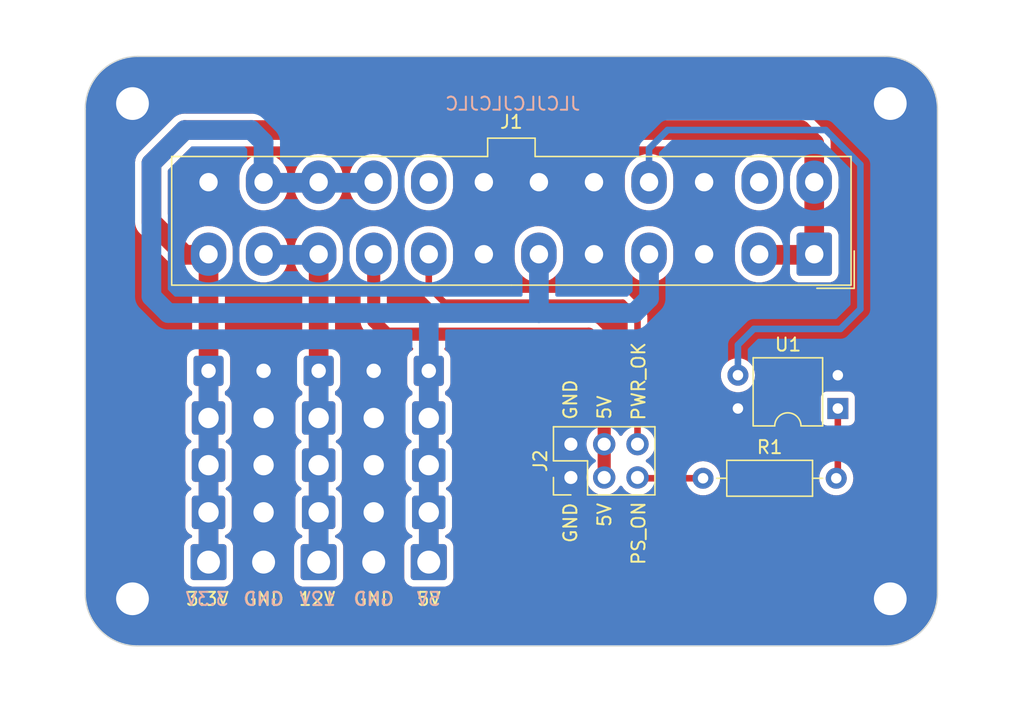
<source format=kicad_pcb>
(kicad_pcb (version 20221018) (generator pcbnew)
  (layers (0 "F.Cu" signal) (31 "B.Cu" signal) (34 "B.Paste" user) (35 "F.Paste" user) (36 "B.SilkS" user "B.Silkscreen") (37 "F.SilkS" user "F.Silkscreen") (38 "B.Mask" user) (39 "F.Mask" user) (44 "Edge.Cuts" user))
  (net 0 "")
  (net 1 "GND")
  (net 2 "/3.3V")
  (net 5 "Net-(R1-Pad2)")
  (net 6 "/12V")
  (net 7 "/5V")
  (net 8 "/5VSB")
  (net 9 "/PWR_OK")
  (net 10 "/PS_ON")
  (net 11 "Net-(J2-Pin_5)")
  (footprint "Connector_Wire:SolderWire-0.5sqmm_1x01_D0.9mm_OD2.3mm" (layer "F.Cu") (at 34.4 49)
    (fp_text reference "J3" hide)
    (fp_text value "Conn_01x01")
    (pad "1" thru_hole roundrect (at 0 0) (size 2.3 2.3) (drill 1.1) (layers "*.Cu" "*.Mask") (roundrect_rratio 0.108696087) (net 2 "/3.3V"))
  )
  (footprint "Connector_Wire:SolderWire-0.5sqmm_1x01_D0.9mm_OD2.3mm" (layer "F.Cu") (at 51.2 49)
    (fp_text reference "J23" hide)
    (fp_text value "Conn_01x01")
    (pad "1" thru_hole roundrect (at 0 0) (size 2.3 2.3) (drill 1.1) (layers "*.Cu" "*.Mask") (roundrect_rratio 0.108696087) (net 7 "/5V"))
  )
  (footprint "Connector_Wire:SolderWire-1sqmm_1x01_D1.4mm_OD2.7mm" (layer "F.Cu") (at 47 63.6)
    (fp_text reference "J22" hide)
    (fp_text value "Conn_01x01")
    (pad "1" thru_hole roundrect (at 0 0) (size 2.75 2.75) (drill 1.75) (layers "*.Cu" "*.Mask") (roundrect_rratio 0.09090909091) (net 1 "GND"))
  )
  (footprint "Connector_Molex:Molex_Mini-Fit_Jr_5566-24A_2x12_P4.20mm_Vertical" (layer "F.Cu") (at 80.6 40.1 180)
    (fp_text reference "J1" (at 23.1 10.1) (layer "F.SilkS"))
    (fp_text value "ATX-24")
    (fp_line (start -3.05 -2.6) (end -3.05 0.25) (stroke (width 0.12)) (layer "F.SilkS"))
    (fp_line (start -2.81 -2.36) (end -2.81 7.46) (stroke (width 0.12)) (layer "F.SilkS"))
    (fp_line (start -2.81 7.46) (end 21.29 7.46) (stroke (width 0.12)) (layer "F.SilkS"))
    (fp_line (start -0.2 -2.6) (end -3.05 -2.6) (stroke (width 0.12)) (layer "F.SilkS"))
    (fp_line (start 21.29 7.46) (end 21.29 8.86) (stroke (width 0.12)) (layer "F.SilkS"))
    (fp_line (start 21.29 8.86) (end 23.1 8.86) (stroke (width 0.12)) (layer "F.SilkS"))
    (fp_line (start 23.1 -2.36) (end -2.81 -2.36) (stroke (width 0.12)) (layer "F.SilkS"))
    (fp_line (start 23.1 -2.36) (end 49.01 -2.36) (stroke (width 0.12)) (layer "F.SilkS"))
    (fp_line (start 24.91 7.46) (end 24.91 8.86) (stroke (width 0.12)) (layer "F.SilkS"))
    (fp_line (start 24.91 8.86) (end 23.1 8.86) (stroke (width 0.12)) (layer "F.SilkS"))
    (fp_line (start 49.01 -2.36) (end 49.01 7.46) (stroke (width 0.12)) (layer "F.SilkS"))
    (fp_line (start 49.01 7.46) (end 24.91 7.46) (stroke (width 0.12)) (layer "F.SilkS"))
    (pad "1" thru_hole roundrect (at 0 0 180) (size 2.7 3.3) (drill 1.4) (layers "*.Cu" "*.Mask") (roundrect_rratio 0.09259296296) (net 2 "/3.3V"))
    (pad "2" thru_hole oval (at 4.2 0 180) (size 2.7 3.3) (drill 1.4) (layers "*.Cu" "*.Mask") (net 2 "/3.3V"))
    (pad "3" thru_hole oval (at 8.4 0 180) (size 2.7 3.3) (drill 1.4) (layers "*.Cu" "*.Mask") (net 1 "GND"))
    (pad "4" thru_hole oval (at 12.6 0 180) (size 2.7 3.3) (drill 1.4) (layers "*.Cu" "*.Mask") (net 7 "/5V"))
    (pad "5" thru_hole oval (at 16.8 0 180) (size 2.7 3.3) (drill 1.4) (layers "*.Cu" "*.Mask") (net 1 "GND"))
    (pad "6" thru_hole oval (at 21 0 180) (size 2.7 3.3) (drill 1.4) (layers "*.Cu" "*.Mask") (net 7 "/5V"))
    (pad "7" thru_hole oval (at 25.2 0 180) (size 2.7 3.3) (drill 1.4) (layers "*.Cu" "*.Mask") (net 1 "GND"))
    (pad "8" thru_hole oval (at 29.4 0 180) (size 2.7 3.3) (drill 1.4) (layers "*.Cu" "*.Mask") (net 9 "/PWR_OK"))
    (pad "9" thru_hole oval (at 33.6 0 180) (size 2.7 3.3) (drill 1.4) (layers "*.Cu" "*.Mask") (net 8 "/5VSB"))
    (pad "10" thru_hole oval (at 37.8 0 180) (size 2.7 3.3) (drill 1.4) (layers "*.Cu" "*.Mask") (net 6 "/12V"))
    (pad "11" thru_hole oval (at 42 0 180) (size 2.7 3.3) (drill 1.4) (layers "*.Cu" "*.Mask") (net 6 "/12V"))
    (pad "12" thru_hole oval (at 46.2 0 180) (size 2.7 3.3) (drill 1.4) (layers "*.Cu" "*.Mask") (net 2 "/3.3V"))
    (pad "13" thru_hole oval (at 0 5.5 180) (size 2.7 3.3) (drill 1.4) (layers "*.Cu" "*.Mask") (net 2 "/3.3V"))
    (pad "14" thru_hole oval (at 4.2 5.5 180) (size 2.7 3.3) (drill 1.4) (layers "*.Cu" "*.Mask"))
    (pad "15" thru_hole oval (at 8.4 5.5 180) (size 2.7 3.3) (drill 1.4) (layers "*.Cu" "*.Mask") (net 1 "GND"))
    (pad "16" thru_hole oval (at 12.6 5.5 180) (size 2.7 3.3) (drill 1.4) (layers "*.Cu" "*.Mask") (net 10 "/PS_ON"))
    (pad "17" thru_hole oval (at 16.8 5.5 180) (size 2.7 3.3) (drill 1.4) (layers "*.Cu" "*.Mask") (net 1 "GND"))
    (pad "18" thru_hole oval (at 21 5.5 180) (size 2.7 3.3) (drill 1.4) (layers "*.Cu" "*.Mask") (net 1 "GND"))
    (pad "19" thru_hole oval (at 25.2 5.5 180) (size 2.7 3.3) (drill 1.4) (layers "*.Cu" "*.Mask") (net 1 "GND"))
    (pad "20" thru_hole oval (at 29.4 5.5 180) (size 2.7 3.3) (drill 1.4) (layers "*.Cu" "*.Mask"))
    (pad "21" thru_hole oval (at 33.6 5.5 180) (size 2.7 3.3) (drill 1.4) (layers "*.Cu" "*.Mask") (net 7 "/5V"))
    (pad "22" thru_hole oval (at 37.8 5.5 180) (size 2.7 3.3) (drill 1.4) (layers "*.Cu" "*.Mask") (net 7 "/5V"))
    (pad "23" thru_hole oval (at 42 5.5 180) (size 2.7 3.3) (drill 1.4) (layers "*.Cu" "*.Mask") (net 7 "/5V"))
    (pad "24" thru_hole oval (at 46.2 5.5 180) (size 2.7 3.3) (drill 1.4) (layers "*.Cu" "*.Mask") (net 1 "GND"))
  )
  (footprint "Connector_Wire:SolderWire-0.75sqmm_1x01_D1.25mm_OD2.3mm" (layer "F.Cu") (at 42.8 59.8)
    (fp_text reference "J16" hide)
    (fp_text value "Conn_01x01")
    (pad "1" thru_hole roundrect (at 0 0) (size 2.55 2.55) (drill 1.55) (layers "*.Cu" "*.Mask") (roundrect_rratio 0.09803882353) (net 6 "/12V"))
  )
  (footprint "Connector_Wire:SolderWire-1sqmm_1x01_D1.4mm_OD2.7mm" (layer "F.Cu") (at 38.6 63.6)
    (fp_text reference "J12" hide)
    (fp_text value "Conn_01x01")
    (pad "1" thru_hole roundrect (at 0 0) (size 2.75 2.75) (drill 1.75) (layers "*.Cu" "*.Mask") (roundrect_rratio 0.09090909091) (net 1 "GND"))
  )
  (footprint "Connector_Wire:SolderWire-0.75sqmm_1x01_D1.25mm_OD2.3mm" (layer "F.Cu") (at 51.2 56.2)
    (fp_text reference "J25" hide)
    (fp_text value "Conn_01x01")
    (pad "1" thru_hole roundrect (at 0 0) (size 2.55 2.55) (drill 1.55) (layers "*.Cu" "*.Mask") (roundrect_rratio 0.09803882353) (net 7 "/5V"))
  )
  (footprint "Connector_Wire:SolderWire-0.75sqmm_1x01_D1.25mm_OD2.3mm" (layer "F.Cu") (at 47 56.2)
    (fp_text reference "J20" hide)
    (fp_text value "Conn_01x01")
    (pad "1" thru_hole roundrect (at 0 0) (size 2.55 2.55) (drill 1.55) (layers "*.Cu" "*.Mask") (roundrect_rratio 0.09803882353) (net 1 "GND"))
  )
  (footprint "Connector_Wire:SolderWire-0.75sqmm_1x01_D1.25mm_OD2.3mm" (layer "F.Cu") (at 38.6 56.2)
    (fp_text reference "J10" hide)
    (fp_text value "Conn_01x01")
    (pad "1" thru_hole roundrect (at 0 0) (size 2.55 2.55) (drill 1.55) (layers "*.Cu" "*.Mask") (roundrect_rratio 0.09803882353) (net 1 "GND"))
  )
  (footprint "Connector_Wire:SolderWire-0.75sqmm_1x01_D1.25mm_OD2.3mm" (layer "F.Cu") (at 42.8 52.6)
    (fp_text reference "J14" hide)
    (fp_text value "Conn_01x01")
    (pad "1" thru_hole roundrect (at 0 0) (size 2.55 2.55) (drill 1.55) (layers "*.Cu" "*.Mask") (roundrect_rratio 0.09803882353) (net 6 "/12V"))
  )
  (footprint "Connector_Wire:SolderWire-0.75sqmm_1x01_D1.25mm_OD2.3mm" (layer "F.Cu") (at 47 52.6)
    (fp_text reference "J19" hide)
    (fp_text value "Conn_01x01")
    (pad "1" thru_hole roundrect (at 0 0) (size 2.55 2.55) (drill 1.55) (layers "*.Cu" "*.Mask") (roundrect_rratio 0.09803882353) (net 1 "GND"))
  )
  (footprint "Package_DIP:DIP-4_W7.62mm" (layer "F.Cu") (at 82.4 51.875 180)
    (fp_text reference "U1" (at 3.8 4.875) (layer "F.SilkS"))
    (fp_text value "PC817")
    (fp_line (start 1.16 -1.33) (end 1.16 3.87) (stroke (width 0.12)) (layer "F.SilkS"))
    (fp_line (start 1.16 3.87) (end 6.46 3.87) (stroke (width 0.12)) (layer "F.SilkS"))
    (fp_line (start 2.81 -1.33) (end 1.16 -1.33) (stroke (width 0.12)) (layer "F.SilkS"))
    (fp_line (start 6.46 -1.33) (end 4.81 -1.33) (stroke (width 0.12)) (layer "F.SilkS"))
    (fp_line (start 6.46 3.87) (end 6.46 -1.33) (stroke (width 0.12)) (layer "F.SilkS"))
    (fp_arc (start 4.81 -1.33) (mid 3.81 -0.33) (end 2.81 -1.33) (stroke (width 0.12)) (layer "F.SilkS"))
    (pad "1" thru_hole rect (at 0 0 180) (size 1.6 1.6) (drill 0.8) (layers "*.Cu" "*.Mask") (net 5 "Net-(R1-Pad2)"))
    (pad "2" thru_hole oval (at 0 2.54 180) (size 1.6 1.6) (drill 0.8) (layers "*.Cu" "*.Mask") (net 1 "GND"))
    (pad "3" thru_hole oval (at 7.62 2.54 180) (size 1.6 1.6) (drill 0.8) (layers "*.Cu" "*.Mask") (net 10 "/PS_ON"))
    (pad "4" thru_hole oval (at 7.62 0 180) (size 1.6 1.6) (drill 0.8) (layers "*.Cu" "*.Mask") (net 1 "GND"))
  )
  (footprint "Connector_Wire:SolderWire-0.5sqmm_1x01_D0.9mm_OD2.3mm" (layer "F.Cu") (at 42.8 49)
    (fp_text reference "J13" hide)
    (fp_text value "Conn_01x01")
    (pad "1" thru_hole roundrect (at 0 0) (size 2.3 2.3) (drill 1.1) (layers "*.Cu" "*.Mask") (roundrect_rratio 0.108696087) (net 6 "/12V"))
  )
  (footprint "Connector_Wire:SolderWire-1sqmm_1x01_D1.4mm_OD2.7mm" (layer "F.Cu") (at 51.2 63.6)
    (fp_text reference "J27" hide)
    (fp_text value "Conn_01x01")
    (pad "1" thru_hole roundrect (at 0 0) (size 2.75 2.75) (drill 1.75) (layers "*.Cu" "*.Mask") (roundrect_rratio 0.09090909091) (net 7 "/5V"))
  )
  (footprint "Connector_Wire:SolderWire-0.75sqmm_1x01_D1.25mm_OD2.3mm" (layer "F.Cu") (at 34.4 56.2)
    (fp_text reference "J5" hide)
    (fp_text value "Conn_01x01")
    (pad "1" thru_hole roundrect (at 0 0) (size 2.55 2.55) (drill 1.55) (layers "*.Cu" "*.Mask") (roundrect_rratio 0.09803882353) (net 2 "/3.3V"))
  )
  (footprint "MountingHole:MountingHole_2.5mm_Pad" (layer "F.Cu") (at 28.6 28.6)
    (fp_text reference "H1" hide)
    (fp_text value "MountingHole_Pad")
    (pad "1" thru_hole circle (at 0 0) (size 5 5) (drill 2.5) (layers "*.Cu" "*.Mask") (net 1 "GND"))
  )
  (footprint "Connector_Wire:SolderWire-0.75sqmm_1x01_D1.25mm_OD2.3mm" (layer "F.Cu") (at 34.4 52.6)
    (fp_text reference "J4" hide)
    (fp_text value "Conn_01x01")
    (pad "1" thru_hole roundrect (at 0 0) (size 2.55 2.55) (drill 1.55) (layers "*.Cu" "*.Mask") (roundrect_rratio 0.09803882353) (net 2 "/3.3V"))
  )
  (footprint "Connector_Wire:SolderWire-1sqmm_1x01_D1.4mm_OD2.7mm" (layer "F.Cu") (at 42.8 63.6)
    (fp_text reference "J17" hide)
    (fp_text value "Conn_01x01")
    (pad "1" thru_hole roundrect (at 0 0) (size 2.75 2.75) (drill 1.75) (layers "*.Cu" "*.Mask") (roundrect_rratio 0.09090909091) (net 6 "/12V"))
  )
  (footprint "MountingHole:MountingHole_2.5mm_Pad" (layer "F.Cu") (at 86.4 28.6)
    (fp_text reference "H2" hide)
    (fp_text value "MountingHole_Pad")
    (pad "1" thru_hole circle (at 0 0) (size 5 5) (drill 2.5) (layers "*.Cu" "*.Mask") (net 1 "GND"))
  )
  (footprint "Connector_Wire:SolderWire-0.75sqmm_1x01_D1.25mm_OD2.3mm" (layer "F.Cu") (at 38.6 52.6)
    (fp_text reference "J9" hide)
    (fp_text value "Conn_01x01")
    (pad "1" thru_hole roundrect (at 0 0) (size 2.55 2.55) (drill 1.55) (layers "*.Cu" "*.Mask") (roundrect_rratio 0.09803882353) (net 1 "GND"))
  )
  (footprint "Connector_PinHeader_2.54mm:PinHeader_2x03_P2.54mm_Vertical" (layer "F.Cu") (at 62.04 57.14 90)
    (fp_text reference "J2" (at 1.27 -2.33 90) (layer "F.SilkS"))
    (fp_text value "Conn_02x03_Odd_Even")
    (fp_text user "GND" (at 5.94 -0.04 90 unlocked) (layer "F.SilkS"))
    (fp_text user "PS_ON" (at -4.26 5.16 90 unlocked) (layer "F.SilkS"))
    (fp_text user "5V" (at 5.34 2.56 90 unlocked) (layer "F.SilkS"))
    (fp_text user "PWR_OK" (at 7.34 5.16 90 unlocked) (layer "F.SilkS"))
    (fp_text user "5V" (at -2.86 2.56 90 unlocked) (layer "F.SilkS"))
    (fp_text user "GND" (at -3.46 -0.04 90 unlocked) (layer "F.SilkS"))
    (fp_line (start -1.33 -1.33) (end 0 -1.33) (stroke (width 0.12)) (layer "F.SilkS"))
    (fp_line (start -1.33 0) (end -1.33 -1.33) (stroke (width 0.12)) (layer "F.SilkS"))
    (fp_line (start -1.33 1.27) (end -1.33 6.41) (stroke (width 0.12)) (layer "F.SilkS"))
    (fp_line (start -1.33 1.27) (end 1.27 1.27) (stroke (width 0.12)) (layer "F.SilkS"))
    (fp_line (start -1.33 6.41) (end 3.87 6.41) (stroke (width 0.12)) (layer "F.SilkS"))
    (fp_line (start 1.27 -1.33) (end 3.87 -1.33) (stroke (width 0.12)) (layer "F.SilkS"))
    (fp_line (start 1.27 1.27) (end 1.27 -1.33) (stroke (width 0.12)) (layer "F.SilkS"))
    (fp_line (start 3.87 -1.33) (end 3.87 6.41) (stroke (width 0.12)) (layer "F.SilkS"))
    (pad "1" thru_hole rect (at 0 0 90) (size 1.7 1.7) (drill 1) (layers "*.Cu" "*.Mask") (net 1 "GND"))
    (pad "2" thru_hole oval (at 2.54 0 90) (size 1.7 1.7) (drill 1) (layers "*.Cu" "*.Mask") (net 1 "GND"))
    (pad "3" thru_hole oval (at 0 2.54 90) (size 1.7 1.7) (drill 1) (layers "*.Cu" "*.Mask") (net 8 "/5VSB"))
    (pad "4" thru_hole oval (at 2.54 2.54 90) (size 1.7 1.7) (drill 1) (layers "*.Cu" "*.Mask") (net 8 "/5VSB"))
    (pad "5" thru_hole oval (at 0 5.08 90) (size 1.7 1.7) (drill 1) (layers "*.Cu" "*.Mask") (net 11 "Net-(J2-Pin_5)"))
    (pad "6" thru_hole oval (at 2.54 5.08 90) (size 1.7 1.7) (drill 1) (layers "*.Cu" "*.Mask") (net 9 "/PWR_OK"))
  )
  (footprint "Connector_Wire:SolderWire-0.75sqmm_1x01_D1.25mm_OD2.3mm" (layer "F.Cu") (at 38.6 59.8)
    (fp_text reference "J11" hide)
    (fp_text value "Conn_01x01")
    (pad "1" thru_hole roundrect (at 0 0) (size 2.55 2.55) (drill 1.55) (layers "*.Cu" "*.Mask") (roundrect_rratio 0.09803882353) (net 1 "GND"))
  )
  (footprint "Connector_Wire:SolderWire-1sqmm_1x01_D1.4mm_OD2.7mm" (layer "F.Cu") (at 34.4 63.6)
    (fp_text reference "J7" hide)
    (fp_text value "Conn_01x01")
    (pad "1" thru_hole roundrect (at 0 0) (size 2.75 2.75) (drill 1.75) (layers "*.Cu" "*.Mask") (roundrect_rratio 0.09090909091) (net 2 "/3.3V"))
  )
  (footprint "Connector_Wire:SolderWire-0.5sqmm_1x01_D0.9mm_OD2.3mm" (layer "F.Cu") (at 38.6 49)
    (fp_text reference "J8" hide)
    (fp_text value "Conn_01x01")
    (pad "1" thru_hole roundrect (at 0 0) (size 2.3 2.3) (drill 1.1) (layers "*.Cu" "*.Mask") (roundrect_rratio 0.108696087) (net 1 "GND"))
  )
  (footprint "Connector_Wire:SolderWire-0.75sqmm_1x01_D1.25mm_OD2.3mm" (layer "F.Cu") (at 34.4 59.8)
    (fp_text reference "J6" hide)
    (fp_text value "Conn_01x01")
    (pad "1" thru_hole roundrect (at 0 0) (size 2.55 2.55) (drill 1.55) (layers "*.Cu" "*.Mask") (roundrect_rratio 0.09803882353) (net 2 "/3.3V"))
  )
  (footprint "MountingHole:MountingHole_2.5mm_Pad" (layer "F.Cu") (at 28.6 66.4)
    (fp_text reference "H4" hide)
    (fp_text value "MountingHole_Pad")
    (pad "1" thru_hole circle (at 0 0) (size 5 5) (drill 2.5) (layers "*.Cu" "*.Mask") (net 1 "GND"))
  )
  (footprint "Connector_Wire:SolderWire-0.75sqmm_1x01_D1.25mm_OD2.3mm" (layer "F.Cu") (at 47 59.8)
    (fp_text reference "J21" hide)
    (fp_text value "Conn_01x01")
    (pad "1" thru_hole roundrect (at 0 0) (size 2.55 2.55) (drill 1.55) (layers "*.Cu" "*.Mask") (roundrect_rratio 0.09803882353) (net 1 "GND"))
  )
  (footprint "Connector_Wire:SolderWire-0.75sqmm_1x01_D1.25mm_OD2.3mm" (layer "F.Cu") (at 42.8 56.2)
    (fp_text reference "J15" hide)
    (fp_text value "Conn_01x01")
    (pad "1" thru_hole roundrect (at 0 0) (size 2.55 2.55) (drill 1.55) (layers "*.Cu" "*.Mask") (roundrect_rratio 0.09803882353) (net 6 "/12V"))
  )
  (footprint "Resistor_THT:R_Axial_DIN0207_L6.3mm_D2.5mm_P10.16mm_Horizontal" (layer "F.Cu") (at 72.12 57.2)
    (fp_text reference "R1" (at 5.08 -2.37) (layer "F.SilkS"))
    (fp_text value "R")
    (fp_line (start 1.04 0) (end 1.81 0) (stroke (width 0.12)) (layer "F.SilkS"))
    (fp_line (start 1.81 -1.37) (end 1.81 1.37) (stroke (width 0.12)) (layer "F.SilkS"))
    (fp_line (start 1.81 1.37) (end 8.35 1.37) (stroke (width 0.12)) (layer "F.SilkS"))
    (fp_line (start 8.35 -1.37) (end 1.81 -1.37) (stroke (width 0.12)) (layer "F.SilkS"))
    (fp_line (start 8.35 1.37) (end 8.35 -1.37) (stroke (width 0.12)) (layer "F.SilkS"))
    (fp_line (start 9.12 0) (end 8.35 0) (stroke (width 0.12)) (layer "F.SilkS"))
    (pad "1" thru_hole circle (at 0 0) (size 1.6 1.6) (drill 0.8) (layers "*.Cu" "*.Mask") (net 11 "Net-(J2-Pin_5)"))
    (pad "2" thru_hole oval (at 10.16 0) (size 1.6 1.6) (drill 0.8) (layers "*.Cu" "*.Mask") (net 5 "Net-(R1-Pad2)"))
  )
  (footprint "Connector_Wire:SolderWire-0.75sqmm_1x01_D1.25mm_OD2.3mm" (layer "F.Cu") (at 51.2 52.6)
    (fp_text reference "J24" hide)
    (fp_text value "Conn_01x01")
    (pad "1" thru_hole roundrect (at 0 0) (size 2.55 2.55) (drill 1.55) (layers "*.Cu" "*.Mask") (roundrect_rratio 0.09803882353) (net 7 "/5V"))
  )
  (footprint "Connector_Wire:SolderWire-0.5sqmm_1x01_D0.9mm_OD2.3mm" (layer "F.Cu") (at 47 49)
    (fp_text reference "J18" hide)
    (fp_text value "Conn_01x01")
    (pad "1" thru_hole roundrect (at 0 0) (size 2.3 2.3) (drill 1.1) (layers "*.Cu" "*.Mask") (roundrect_rratio 0.108696087) (net 1 "GND"))
  )
  (footprint "Connector_Wire:SolderWire-0.75sqmm_1x01_D1.25mm_OD2.3mm" (layer "F.Cu") (at 51.2 59.8)
    (fp_text reference "J26" hide)
    (fp_text value "Conn_01x01")
    (pad "1" thru_hole roundrect (at 0 0) (size 2.55 2.55) (drill 1.55) (layers "*.Cu" "*.Mask") (roundrect_rratio 0.09803882353) (net 7 "/5V"))
  )
  (footprint "MountingHole:MountingHole_2.5mm_Pad" (layer "F.Cu") (at 86.4 66.4)
    (fp_text reference "H3" hide)
    (fp_text value "MountingHole_Pad")
    (pad "1" thru_hole circle (at 0 0) (size 5 5) (drill 2.5) (layers "*.Cu" "*.Mask") (net 1 "GND"))
  )
  (gr_line (start 25 29) (end 25 66) (stroke (width 0.1)) (layer "Edge.Cuts"))
  (gr_arc (start 90 66) (mid 88.828427 68.828427) (end 86 70) (stroke (width 0.1)) (layer "Edge.Cuts"))
  (gr_arc (start 29 70) (mid 26.171573 68.828427) (end 25 66) (stroke (width 0.1)) (layer "Edge.Cuts"))
  (gr_arc (start 86 25) (mid 88.828427 26.171573) (end 90 29) (stroke (width 0.1)) (layer "Edge.Cuts"))
  (gr_line (start 90 66) (end 90 29) (stroke (width 0.1)) (layer "Edge.Cuts"))
  (gr_arc (start 25 29) (mid 26.171573 26.171573) (end 29 25) (stroke (width 0.1)) (layer "Edge.Cuts"))
  (gr_line (start 86 70) (end 29 70) (stroke (width 0.1)) (layer "Edge.Cuts"))
  (gr_line (start 86 25) (end 29 25) (stroke (width 0.1)) (layer "Edge.Cuts"))
  (gr_text "JLCJLCJLCJLC" (at 57.6 29.2) (layer "B.SilkS") (effects (font (size 1 1)) (justify bottom mirror)))
  (gr_text "GND" (at 40.2 67) (layer "B.SilkS") (effects (font (size 1 1)) (justify left bottom mirror)))
  (gr_text "5V" (at 52.2 67) (layer "B.SilkS") (effects (font (size 1 1)) (justify left bottom mirror)))
  (gr_text "3.3V" (at 36 67) (layer "B.SilkS") (effects (font (size 1 1)) (justify left bottom mirror)))
  (gr_text "GND" (at 48.6 67) (layer "B.SilkS") (effects (font (size 1 1)) (justify left bottom mirror)))
  (gr_text "12V" (at 44.2 67) (layer "B.SilkS") (effects (font (size 1 1)) (justify left bottom mirror)))
  (gr_text "3.3V" (at 32.6 67) (layer "F.SilkS") (effects (font (size 1 1)) (justify left bottom)))
  (gr_text "12V" (at 41.2 67) (layer "F.SilkS") (effects (font (size 1 1)) (justify left bottom)))
  (gr_text "5V" (at 50.2 67) (layer "F.SilkS") (effects (font (size 1 1)) (justify left bottom)))
  (gr_text "GND" (at 37 67) (layer "F.SilkS") (effects (font (size 1 1)) (justify left bottom)))
  (gr_text "GND" (at 45.4 67) (layer "F.SilkS") (effects (font (size 1 1)) (justify left bottom)))
  (segment (start 34.4 40.1) (end 34.4 63.6) (width 1.5) (layer "F.Cu") (net 2))
  (segment (start 80.6 40.145) (end 76.4 40.145) (width 1.5) (layer "F.Cu") (net 2))
  (segment (start 32.585 40.145) (end 34.4 40.145) (width 1.5) (layer "F.Cu") (net 2))
  (segment (start 80.6 34.645) (end 80.6 40.145) (width 1.5) (layer "F.Cu") (net 2))
  (segment (start 80.6 31.645) (end 79.575 30.62) (width 1.5) (layer "F.Cu") (net 2))
  (segment (start 30.045 33.16) (end 30.045 37.605) (width 1.5) (layer "F.Cu") (net 2))
  (segment (start 32.585 30.62) (end 30.045 33.16) (width 1.5) (layer "F.Cu") (net 2))
  (segment (start 79.575 30.62) (end 32.585 30.62) (width 1.5) (layer "F.Cu") (net 2))
  (segment (start 30.045 37.605) (end 32.585 40.145) (width 1.5) (layer "F.Cu") (net 2))
  (segment (start 80.6 34.645) (end 80.6 31.645) (width 1.5) (layer "F.Cu") (net 2))
  (segment (start 34.4 63.6) (end 34.4 49) (width 1.5) (layer "B.Cu") (net 2))
  (segment (start 82.4 51.875) (end 82.4 57.08) (width 0.5) (layer "F.Cu") (net 5))
  (segment (start 82.4 57.08) (end 82.28 57.2) (width 0.5) (layer "F.Cu") (net 5))
  (segment (start 42.8 40.1) (end 42.8 63.6) (width 1.5) (layer "F.Cu") (net 6))
  (segment (start 42.8 63.6) (end 42.8 49) (width 1.5) (layer "B.Cu") (net 6))
  (segment (start 38.6 40.145) (end 42.8 40.145) (width 1.5) (layer "B.Cu") (net 6))
  (segment (start 51.2 63.6) (end 51.2 52.6) (width 1.5) (layer "F.Cu") (net 7))
  (segment (start 51.2 49) (end 51.2 52.6) (width 1.5) (layer "F.Cu") (net 7))
  (segment (start 37.665 30.62) (end 38.6 31.555) (width 1.5) (layer "B.Cu") (net 7))
  (segment (start 59.6 44.59) (end 51.2 44.59) (width 1.5) (layer "B.Cu") (net 7))
  (segment (start 68 40.145) (end 68 43.465) (width 1.5) (layer "B.Cu") (net 7))
  (segment (start 38.6 31.555) (end 38.6 34.645) (width 1.5) (layer "B.Cu") (net 7))
  (segment (start 51.2 49) (end 51.2 44.59) (width 1.5) (layer "B.Cu") (net 7))
  (segment (start 66.875 44.59) (end 59.6 44.59) (width 1.5) (layer "B.Cu") (net 7))
  (segment (start 59.6 44.59) (end 59.6 40.1) (width 1.5) (layer "B.Cu") (net 7))
  (segment (start 30.045 43.32) (end 30.045 33.16) (width 1.5) (layer "B.Cu") (net 7))
  (segment (start 30.045 33.16) (end 32.585 30.62) (width 1.5) (layer "B.Cu") (net 7))
  (segment (start 38.6 34.645) (end 47 34.645) (width 1.5) (layer "B.Cu") (net 7))
  (segment (start 68 43.465) (end 66.875 44.59) (width 1.5) (layer "B.Cu") (net 7))
  (segment (start 51.12 48.92) (end 51.2 49) (width 1.5) (layer "B.Cu") (net 7))
  (segment (start 32.585 30.62) (end 37.665 30.62) (width 1.5) (layer "B.Cu") (net 7))
  (segment (start 51.2 44.59) (end 31.315 44.59) (width 1.5) (layer "B.Cu") (net 7))
  (segment (start 51.2 63.6) (end 51.2 49) (width 1.5) (layer "B.Cu") (net 7))
  (segment (start 31.315 44.59) (end 30.045 43.32) (width 1.5) (layer "B.Cu") (net 7))
  (segment (start 48 46.2) (end 63.4 46.2) (width 1) (layer "F.Cu") (net 8))
  (segment (start 64.58 47.38) (end 64.58 57.14) (width 1) (layer "F.Cu") (net 8))
  (segment (start 47 40.145) (end 47 45.2) (width 1) (layer "F.Cu") (net 8))
  (segment (start 47 45.2) (end 48 46.2) (width 1) (layer "F.Cu") (net 8))
  (segment (start 63.4 46.2) (end 64.58 47.38) (width 1) (layer "F.Cu") (net 8))
  (segment (start 67.12 44.92) (end 67.12 54.6) (width 0.5) (layer "F.Cu") (net 9))
  (segment (start 52.4 43.8) (end 66 43.8) (width 0.5) (layer "F.Cu") (net 9))
  (segment (start 51.2 42.6) (end 52.4 43.8) (width 0.5) (layer "F.Cu") (net 9))
  (segment (start 51.2 40.145) (end 51.2 42.6) (width 0.5) (layer "F.Cu") (net 9))
  (segment (start 66 43.8) (end 67.12 44.92) (width 0.5) (layer "F.Cu") (net 9))
  (segment (start 69.415 30.62) (end 81.48 30.62) (width 0.5) (layer "B.Cu") (net 10))
  (segment (start 68 34.645) (end 68 32.035) (width 0.5) (layer "B.Cu") (net 10))
  (segment (start 68 32.035) (end 69.415 30.62) (width 0.5) (layer "B.Cu") (net 10))
  (segment (start 84.12 44.28) (end 82.6 45.8) (width 0.5) (layer "B.Cu") (net 10))
  (segment (start 76 45.8) (end 74.78 47.02) (width 0.5) (layer "B.Cu") (net 10))
  (segment (start 84.12 33.26) (end 84.12 44.28) (width 0.5) (layer "B.Cu") (net 10))
  (segment (start 82.6 45.8) (end 76 45.8) (width 0.5) (layer "B.Cu") (net 10))
  (segment (start 74.78 47.02) (end 74.78 49.335) (width 0.5) (layer "B.Cu") (net 10))
  (segment (start 81.48 30.62) (end 84.12 33.26) (width 0.5) (layer "B.Cu") (net 10))
  (segment (start 72.12 57.2) (end 67.18 57.2) (width 0.5) (layer "F.Cu") (net 11))
  (segment (start 67.18 57.2) (end 67.12 57.14) (width 0.5) (layer "F.Cu") (net 11))
  (zone (net 1) (net_name "GND") (layers "F&B.Cu") (connect_pads yes (clearance 0.5)) (min_thickness 0.25) (fill yes (thermal_gap 0.5) (thermal_bridge_width 0.5))
    (polygon (pts (xy 18.495 20.695) (xy 96.6 20.695) (xy 96.6 74.67) (xy 18.495 74.67)))
  )
)
</source>
